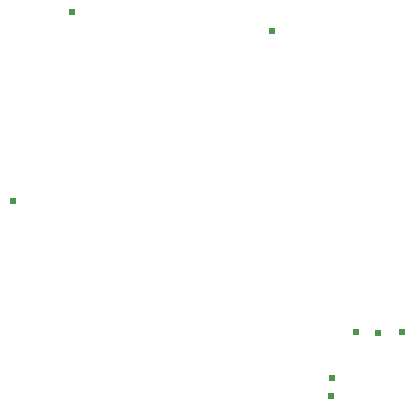
<source format=gbr>
G04 EAGLE Gerber RS-274X export*
G75*
%MOMM*%
%FSLAX34Y34*%
%LPD*%
%INSolderpaste Bottom*%
%IPPOS*%
%AMOC8*
5,1,8,0,0,1.08239X$1,22.5*%
G01*
%ADD10R,0.508000X0.508000*%


D10*
X400500Y99100D03*
X110000Y210000D03*
X329000Y354000D03*
X160000Y370000D03*
X379700Y44900D03*
X380400Y60300D03*
X439600Y99200D03*
X419300Y98800D03*
M02*

</source>
